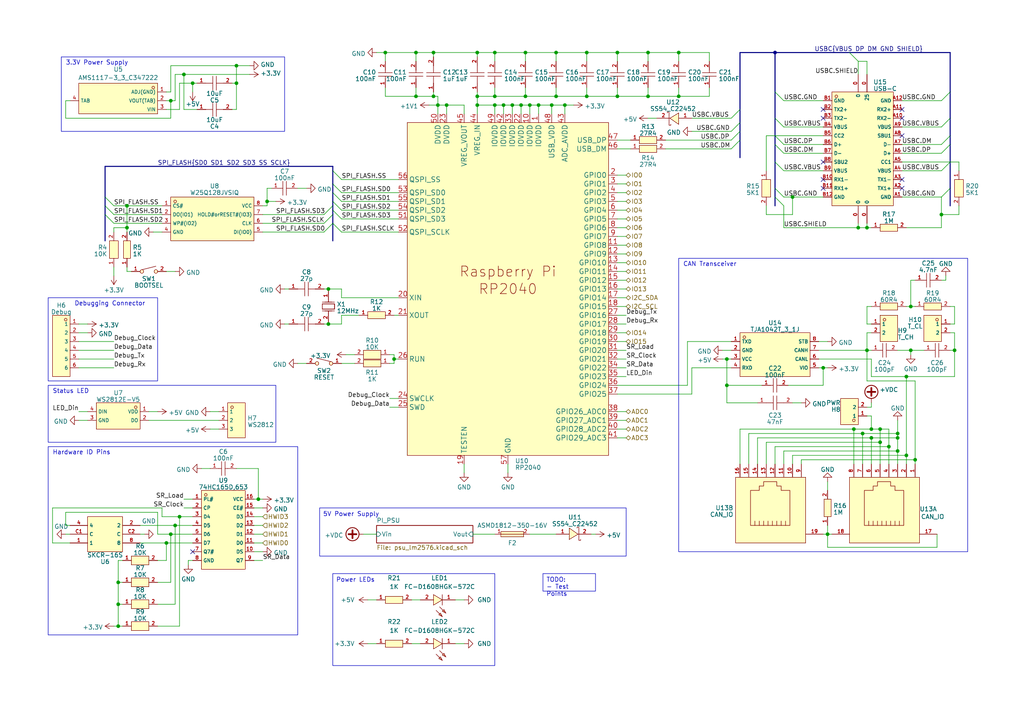
<source format=kicad_sch>
(kicad_sch (version 20230121) (generator eeschema)
  (paper "A4")
  (title_block (title "Pi RP2040 MCU") (date "2024-01-21") (rev "0") (company "DrinkRobotics") (comment 1 "https://git.xythobuz.de/thomas/Dispensy") (comment 2 "Licensed under the CERN-OHL-S-2.0+") (comment 3 "PCB Thickness: 1mm") (comment 4 "Copyright (c) 2023 - 2024 Thomas Buck <thomas@xythobuz.de>"))
  (junction (at 129.54 30.48))
  (junction (at 125.73 15.24))
  (junction (at 152.4 27.94))
  (junction (at 179.07 15.24))
  (junction (at 52.07 149.86))
  (junction (at 170.18 15.24))
  (junction (at 68.58 24.13))
  (junction (at 53.34 21.59))
  (junction (at 276.86 101.6))
  (junction (at 179.07 27.94))
  (junction (at 114.3 104.14))
  (junction (at 77.47 58.42))
  (junction (at 260.35 130.81))
  (junction (at 55.88 24.13))
  (junction (at 255.27 124.46))
  (junction (at 125.73 27.94))
  (junction (at 248.92 66.04))
  (junction (at 146.05 30.48))
  (junction (at 262.89 132.08))
  (junction (at 138.43 30.48))
  (junction (at 250.19 125.73))
  (junction (at 151.13 30.48))
  (junction (at 252.73 127))
  (junction (at 187.96 27.94))
  (junction (at 163.83 30.48))
  (junction (at 251.46 101.6))
  (junction (at 160.02 30.48))
  (junction (at 247.65 124.46))
  (junction (at 252.73 124.46))
  (junction (at 34.29 181.61))
  (junction (at 74.93 144.78))
  (junction (at 251.46 66.04))
  (junction (at 187.96 15.24))
  (junction (at 161.29 15.24))
  (junction (at 143.51 30.48))
  (junction (at 170.18 27.94))
  (junction (at 264.16 88.9))
  (junction (at 143.51 27.94))
  (junction (at 156.21 30.48))
  (junction (at 273.05 62.23))
  (junction (at 68.58 19.05))
  (junction (at 36.83 59.69))
  (junction (at 238.76 106.68))
  (junction (at 48.26 157.48))
  (junction (at 49.53 29.21))
  (junction (at 196.85 15.24))
  (junction (at 265.43 133.35))
  (junction (at 264.16 101.6))
  (junction (at 262.89 109.22))
  (junction (at 196.85 27.94))
  (junction (at 161.29 27.94))
  (junction (at 95.25 83.82))
  (junction (at 95.25 93.98))
  (junction (at 138.43 27.94))
  (junction (at 50.8 152.4))
  (junction (at 111.76 15.24))
  (junction (at 152.4 15.24))
  (junction (at 34.29 168.91))
  (junction (at 36.83 66.04))
  (junction (at 210.82 111.76))
  (junction (at 224.79 15.24))
  (junction (at 260.35 125.73))
  (junction (at 240.03 154.94))
  (junction (at 255.27 128.27))
  (junction (at 49.53 154.94))
  (junction (at 257.81 129.54))
  (junction (at 143.51 15.24))
  (junction (at 153.67 30.48))
  (junction (at 127 30.48))
  (junction (at 210.82 104.14))
  (junction (at 120.65 15.24))
  (junction (at 229.87 57.15))
  (junction (at 138.43 15.24))
  (junction (at 260.35 127))
  (junction (at 148.59 30.48))
  (junction (at 34.29 175.26))
  (junction (at 120.65 27.94))
  (no_connect (at 238.76 46.99))
  (no_connect (at 238.76 54.61))
  (no_connect (at 238.76 31.75))
  (no_connect (at 55.88 160.02))
  (no_connect (at 261.62 52.07))
  (no_connect (at 238.76 34.29))
  (no_connect (at 261.62 31.75))
  (no_connect (at 261.62 34.29))
  (no_connect (at 261.62 54.61))
  (no_connect (at 238.76 52.07))
  (no_connect (at 261.62 39.37))
  (bus_entry (at 275.59 54.61) (size -2.54 2.54))
  (bus_entry (at 30.48 62.23) (size 2.54 2.54))
  (bus_entry (at 275.59 26.67) (size -2.54 2.54))
  (bus_entry (at 214.63 40.64) (size -2.54 2.54))
  (bus_entry (at 224.79 41.91) (size 2.54 2.54))
  (bus_entry (at 214.63 35.56) (size -2.54 2.54))
  (bus_entry (at 96.52 55.88) (size 2.54 2.54))
  (bus_entry (at 30.48 59.69) (size 2.54 2.54))
  (bus_entry (at 224.79 54.61) (size 2.54 2.54))
  (bus_entry (at 96.52 64.77) (size 2.54 2.54))
  (bus_entry (at 224.79 26.67) (size 2.54 2.54))
  (bus_entry (at 96.52 58.42) (size 2.54 2.54))
  (bus_entry (at 96.52 64.77) (size -2.54 2.54))
  (bus_entry (at 275.59 46.99) (size -2.54 2.54))
  (bus_entry (at 224.79 34.29) (size 2.54 2.54))
  (bus_entry (at 275.59 39.37) (size -2.54 2.54))
  (bus_entry (at 96.52 59.69) (size -2.54 2.54))
  (bus_entry (at 224.79 39.37) (size 2.54 2.54))
  (bus_entry (at 275.59 34.29) (size -2.54 2.54))
  (bus_entry (at 96.52 60.96) (size 2.54 2.54))
  (bus_entry (at 30.48 57.15) (size 2.54 2.54))
  (bus_entry (at 96.52 49.53) (size 2.54 2.54))
  (bus_entry (at 275.59 41.91) (size -2.54 2.54))
  (bus_entry (at 214.63 31.75) (size -2.54 2.54))
  (bus_entry (at 96.52 53.34) (size 2.54 2.54))
  (bus_entry (at 224.79 57.15) (size 2.54 2.54))
  (bus_entry (at 96.52 62.23) (size -2.54 2.54))
  (bus_entry (at 246.38 15.24) (size 2.54 2.54))
  (bus_entry (at 214.63 38.1) (size -2.54 2.54))
  (bus_entry (at 224.79 46.99) (size 2.54 2.54))
  (bus (pts (xy 96.52 64.77) (xy 96.52 69.85)))
  (wire (pts (xy 22.86 99.06) (xy 33.02 99.06)))
  (wire (pts (xy 52.07 24.13) (xy 55.88 24.13)))
  (wire (pts (xy 229.87 134.62) (xy 229.87 132.08)))
  (wire (pts (xy 99.06 67.31) (xy 115.57 67.31)))
  (wire (pts (xy 52.07 31.75) (xy 52.07 24.13)))
  (wire (pts (xy 262.89 109.22) (xy 276.86 109.22)))
  (wire (pts (xy 114.3 91.44) (xy 115.57 91.44)))
  (wire (pts (xy 196.85 15.24) (xy 196.85 17.78)))
  (wire (pts (xy 227.33 130.81) (xy 260.35 130.81)))
  (wire (pts (xy 143.51 30.48) (xy 143.51 33.02)))
  (wire (pts (xy 25.4 121.92) (xy 22.86 121.92)))
  (wire (pts (xy 163.83 30.48) (xy 166.37 30.48)))
  (wire (pts (xy 22.86 104.14) (xy 33.02 104.14)))
  (wire (pts (xy 143.51 30.48) (xy 146.05 30.48)))
  (wire (pts (xy 278.13 62.23) (xy 273.05 62.23)))
  (wire (pts (xy 36.83 78.74) (xy 38.1 78.74)))
  (wire (pts (xy 45.72 148.59) (xy 45.72 154.94)))
  (wire (pts (xy 125.73 15.24) (xy 120.65 15.24)))
  (bus (pts (xy 214.63 15.24) (xy 214.63 31.75)))
  (wire (pts (xy 217.17 125.73) (xy 250.19 125.73)))
  (wire (pts (xy 252.73 109.22) (xy 262.89 109.22)))
  (wire (pts (xy 264.16 101.6) (xy 267.97 101.6)))
  (wire (pts (xy 137.16 154.94) (xy 143.51 154.94)))
  (wire (pts (xy 55.88 24.13) (xy 57.15 24.13)))
  (wire (pts (xy 146.05 33.02) (xy 146.05 30.48)))
  (wire (pts (xy 227.33 36.83) (xy 238.76 36.83)))
  (wire (pts (xy 205.74 15.24) (xy 205.74 17.78)))
  (bus (pts (xy 275.59 15.24) (xy 275.59 26.67)))
  (wire (pts (xy 48.26 78.74) (xy 50.8 78.74)))
  (wire (pts (xy 179.07 53.34) (xy 181.61 53.34)))
  (wire (pts (xy 278.13 59.69) (xy 278.13 62.23)))
  (wire (pts (xy 220.98 111.76) (xy 210.82 111.76)))
  (wire (pts (xy 19.05 152.4) (xy 19.05 148.59)))
  (wire (pts (xy 15.24 157.48) (xy 15.24 147.32)))
  (wire (pts (xy 95.25 83.82) (xy 99.06 83.82)))
  (wire (pts (xy 143.51 27.94) (xy 152.4 27.94)))
  (wire (pts (xy 179.07 93.98) (xy 181.61 93.98)))
  (wire (pts (xy 161.29 15.24) (xy 161.29 17.78)))
  (wire (pts (xy 40.64 152.4) (xy 50.8 152.4)))
  (wire (pts (xy 43.18 121.92) (xy 63.5 121.92)))
  (wire (pts (xy 200.66 114.3) (xy 200.66 106.68)))
  (wire (pts (xy 227.33 29.21) (xy 238.76 29.21)))
  (bus (pts (xy 224.79 15.24) (xy 214.63 15.24)))
  (wire (pts (xy 151.13 30.48) (xy 153.67 30.48)))
  (wire (pts (xy 99.06 63.5) (xy 115.57 63.5)))
  (wire (pts (xy 248.92 64.77) (xy 248.92 66.04)))
  (wire (pts (xy 22.86 96.52) (xy 25.4 96.52)))
  (wire (pts (xy 127 33.02) (xy 127 30.48)))
  (bus (pts (xy 96.52 59.69) (xy 96.52 60.96)))
  (wire (pts (xy 222.25 134.62) (xy 222.25 128.27)))
  (wire (pts (xy 227.33 59.69) (xy 227.33 66.04)))
  (bus (pts (xy 96.52 53.34) (xy 96.52 55.88)))
  (wire (pts (xy 196.85 27.94) (xy 205.74 27.94)))
  (wire (pts (xy 179.07 101.6) (xy 181.61 101.6)))
  (wire (pts (xy 179.07 27.94) (xy 187.96 27.94)))
  (wire (pts (xy 179.07 86.36) (xy 181.61 86.36)))
  (bus (pts (xy 96.52 48.26) (xy 30.48 48.26)))
  (wire (pts (xy 127 27.94) (xy 127 30.48)))
  (wire (pts (xy 106.68 186.69) (xy 109.22 186.69)))
  (wire (pts (xy 210.82 111.76) (xy 210.82 104.14)))
  (wire (pts (xy 265.43 133.35) (xy 265.43 134.62)))
  (wire (pts (xy 105.41 154.94) (xy 109.22 154.94)))
  (wire (pts (xy 57.15 31.75) (xy 53.34 31.75)))
  (bus (pts (xy 96.52 49.53) (xy 96.52 53.34)))
  (wire (pts (xy 78.74 54.61) (xy 77.47 54.61)))
  (wire (pts (xy 260.35 125.73) (xy 260.35 127)))
  (wire (pts (xy 222.25 49.53) (xy 222.25 39.37)))
  (wire (pts (xy 179.07 68.58) (xy 181.61 68.58)))
  (wire (pts (xy 179.07 124.46) (xy 181.61 124.46)))
  (bus (pts (xy 275.59 46.99) (xy 275.59 54.61)))
  (wire (pts (xy 179.07 15.24) (xy 179.07 17.78)))
  (wire (pts (xy 252.73 96.52) (xy 251.46 96.52)))
  (wire (pts (xy 187.96 27.94) (xy 196.85 27.94)))
  (wire (pts (xy 219.71 134.62) (xy 219.71 127)))
  (bus (pts (xy 224.79 15.24) (xy 246.38 15.24)))
  (wire (pts (xy 179.07 63.5) (xy 181.61 63.5)))
  (wire (pts (xy 152.4 25.4) (xy 152.4 27.94)))
  (wire (pts (xy 257.81 129.54) (xy 257.81 124.46)))
  (wire (pts (xy 134.62 30.48) (xy 129.54 30.48)))
  (wire (pts (xy 34.29 175.26) (xy 34.29 181.61)))
  (wire (pts (xy 222.25 128.27) (xy 255.27 128.27)))
  (wire (pts (xy 73.66 157.48) (xy 76.2 157.48)))
  (wire (pts (xy 199.39 99.06) (xy 212.09 99.06)))
  (wire (pts (xy 227.33 49.53) (xy 238.76 49.53)))
  (wire (pts (xy 73.66 147.32) (xy 76.2 147.32)))
  (wire (pts (xy 179.07 127) (xy 181.61 127)))
  (wire (pts (xy 50.8 152.4) (xy 55.88 152.4)))
  (wire (pts (xy 19.05 154.94) (xy 20.32 154.94)))
  (wire (pts (xy 261.62 29.21) (xy 273.05 29.21)))
  (wire (pts (xy 229.87 116.84) (xy 232.41 116.84)))
  (wire (pts (xy 34.29 162.56) (xy 34.29 168.91)))
  (wire (pts (xy 179.07 25.4) (xy 179.07 27.94)))
  (wire (pts (xy 111.76 27.94) (xy 120.65 27.94)))
  (wire (pts (xy 227.33 57.15) (xy 229.87 57.15)))
  (wire (pts (xy 20.32 29.21) (xy 19.05 29.21)))
  (bus (pts (xy 30.48 62.23) (xy 30.48 69.85)))
  (wire (pts (xy 148.59 30.48) (xy 151.13 30.48)))
  (bus (pts (xy 224.79 54.61) (xy 224.79 46.99)))
  (wire (pts (xy 224.79 39.37) (xy 238.76 39.37)))
  (wire (pts (xy 222.25 59.69) (xy 222.25 62.23)))
  (wire (pts (xy 99.06 60.96) (xy 115.57 60.96)))
  (wire (pts (xy 106.68 173.99) (xy 109.22 173.99)))
  (wire (pts (xy 48.26 157.48) (xy 55.88 157.48)))
  (wire (pts (xy 53.34 144.78) (xy 55.88 144.78)))
  (bus (pts (xy 275.59 54.61) (xy 275.59 59.69)))
  (wire (pts (xy 210.82 116.84) (xy 210.82 111.76)))
  (wire (pts (xy 152.4 27.94) (xy 161.29 27.94)))
  (wire (pts (xy 261.62 36.83) (xy 273.05 36.83)))
  (wire (pts (xy 271.78 154.94) (xy 271.78 158.75)))
  (wire (pts (xy 247.65 124.46) (xy 247.65 134.62)))
  (wire (pts (xy 33.02 64.77) (xy 46.99 64.77)))
  (wire (pts (xy 132.08 173.99) (xy 134.62 173.99)))
  (wire (pts (xy 36.83 59.69) (xy 46.99 59.69)))
  (wire (pts (xy 35.56 181.61) (xy 34.29 181.61)))
  (wire (pts (xy 33.02 62.23) (xy 46.99 62.23)))
  (wire (pts (xy 68.58 135.89) (xy 74.93 135.89)))
  (wire (pts (xy 260.35 121.92) (xy 260.35 125.73)))
  (wire (pts (xy 119.38 173.99) (xy 121.92 173.99)))
  (wire (pts (xy 238.76 154.94) (xy 240.03 154.94)))
  (wire (pts (xy 68.58 19.05) (xy 72.39 19.05)))
  (wire (pts (xy 240.03 154.94) (xy 241.3 154.94)))
  (wire (pts (xy 261.62 44.45) (xy 273.05 44.45)))
  (wire (pts (xy 77.47 58.42) (xy 77.47 59.69)))
  (wire (pts (xy 252.73 104.14) (xy 252.73 109.22)))
  (wire (pts (xy 273.05 66.04) (xy 273.05 62.23)))
  (wire (pts (xy 113.03 102.87) (xy 114.3 102.87)))
  (wire (pts (xy 187.96 15.24) (xy 187.96 17.78)))
  (wire (pts (xy 36.83 59.69) (xy 36.83 66.04)))
  (bus (pts (xy 275.59 26.67) (xy 275.59 34.29)))
  (wire (pts (xy 251.46 101.6) (xy 251.46 110.49)))
  (wire (pts (xy 153.67 30.48) (xy 153.67 33.02)))
  (wire (pts (xy 193.04 40.64) (xy 212.09 40.64)))
  (wire (pts (xy 209.55 104.14) (xy 210.82 104.14)))
  (wire (pts (xy 113.03 118.11) (xy 115.57 118.11)))
  (wire (pts (xy 271.78 158.75) (xy 240.03 158.75)))
  (bus (pts (xy 214.63 40.64) (xy 214.63 45.72)))
  (wire (pts (xy 196.85 25.4) (xy 196.85 27.94)))
  (wire (pts (xy 200.66 106.68) (xy 212.09 106.68)))
  (wire (pts (xy 170.18 25.4) (xy 170.18 27.94)))
  (bus (pts (xy 30.48 59.69) (xy 30.48 62.23)))
  (bus (pts (xy 275.59 34.29) (xy 275.59 39.37)))
  (bus (pts (xy 224.79 46.99) (xy 224.79 41.91)))
  (wire (pts (xy 276.86 96.52) (xy 276.86 101.6)))
  (wire (pts (xy 170.18 27.94) (xy 179.07 27.94)))
  (wire (pts (xy 275.59 101.6) (xy 276.86 101.6)))
  (wire (pts (xy 36.83 77.47) (xy 36.83 78.74)))
  (wire (pts (xy 48.26 31.75) (xy 52.07 31.75)))
  (wire (pts (xy 222.25 62.23) (xy 229.87 62.23)))
  (wire (pts (xy 33.02 77.47) (xy 33.02 80.01)))
  (wire (pts (xy 46.99 149.86) (xy 52.07 149.86)))
  (wire (pts (xy 34.29 168.91) (xy 35.56 168.91)))
  (wire (pts (xy 77.47 54.61) (xy 77.47 58.42)))
  (wire (pts (xy 148.59 30.48) (xy 148.59 33.02)))
  (wire (pts (xy 134.62 134.62) (xy 134.62 137.16)))
  (wire (pts (xy 45.72 181.61) (xy 52.07 181.61)))
  (wire (pts (xy 152.4 15.24) (xy 152.4 17.78)))
  (wire (pts (xy 113.03 105.41) (xy 114.3 105.41)))
  (wire (pts (xy 273.05 62.23) (xy 273.05 57.15)))
  (wire (pts (xy 48.26 162.56) (xy 48.26 157.48)))
  (wire (pts (xy 238.76 111.76) (xy 238.76 106.68)))
  (wire (pts (xy 45.72 119.38) (xy 43.18 119.38)))
  (wire (pts (xy 22.86 93.98) (xy 25.4 93.98)))
  (wire (pts (xy 114.3 104.14) (xy 115.57 104.14)))
  (wire (pts (xy 68.58 24.13) (xy 68.58 19.05)))
  (wire (pts (xy 251.46 66.04) (xy 252.73 66.04)))
  (wire (pts (xy 179.07 60.96) (xy 181.61 60.96)))
  (wire (pts (xy 161.29 27.94) (xy 170.18 27.94)))
  (wire (pts (xy 127 30.48) (xy 129.54 30.48)))
  (wire (pts (xy 22.86 101.6) (xy 33.02 101.6)))
  (wire (pts (xy 99.06 58.42) (xy 115.57 58.42)))
  (wire (pts (xy 252.73 127) (xy 260.35 127)))
  (wire (pts (xy 48.26 26.67) (xy 49.53 26.67)))
  (wire (pts (xy 170.18 15.24) (xy 170.18 17.78)))
  (wire (pts (xy 88.9 105.41) (xy 86.36 105.41)))
  (wire (pts (xy 170.18 15.24) (xy 179.07 15.24)))
  (wire (pts (xy 111.76 17.78) (xy 111.76 15.24)))
  (wire (pts (xy 251.46 21.59) (xy 251.46 17.78)))
  (wire (pts (xy 179.07 71.12) (xy 181.61 71.12)))
  (wire (pts (xy 237.49 99.06) (xy 240.03 99.06)))
  (wire (pts (xy 250.19 125.73) (xy 250.19 134.62)))
  (wire (pts (xy 77.47 58.42) (xy 80.01 58.42)))
  (wire (pts (xy 260.35 130.81) (xy 260.35 134.62)))
  (wire (pts (xy 275.59 96.52) (xy 276.86 96.52)))
  (wire (pts (xy 60.96 124.46) (xy 63.5 124.46)))
  (wire (pts (xy 257.81 129.54) (xy 257.81 134.62)))
  (wire (pts (xy 238.76 106.68) (xy 240.03 106.68)))
  (wire (pts (xy 224.79 134.62) (xy 224.79 129.54)))
  (wire (pts (xy 76.2 67.31) (xy 93.98 67.31)))
  (wire (pts (xy 179.07 73.66) (xy 181.61 73.66)))
  (wire (pts (xy 193.04 43.18) (xy 212.09 43.18)))
  (wire (pts (xy 49.53 29.21) (xy 50.8 29.21)))
  (wire (pts (xy 138.43 30.48) (xy 143.51 30.48)))
  (wire (pts (xy 119.38 186.69) (xy 121.92 186.69)))
  (wire (pts (xy 125.73 15.24) (xy 138.43 15.24)))
  (wire (pts (xy 187.96 25.4) (xy 187.96 27.94)))
  (wire (pts (xy 214.63 134.62) (xy 214.63 124.46)))
  (bus (pts (xy 96.52 48.26) (xy 96.52 49.53)))
  (wire (pts (xy 251.46 120.65) (xy 252.73 120.65)))
  (wire (pts (xy 156.21 30.48) (xy 160.02 30.48)))
  (wire (pts (xy 138.43 33.02) (xy 138.43 30.48)))
  (wire (pts (xy 260.35 101.6) (xy 264.16 101.6)))
  (wire (pts (xy 40.64 157.48) (xy 48.26 157.48)))
  (wire (pts (xy 179.07 43.18) (xy 182.88 43.18)))
  (wire (pts (xy 74.93 135.89) (xy 74.93 144.78)))
  (bus (pts (xy 224.79 41.91) (xy 224.79 39.37)))
  (wire (pts (xy 35.56 162.56) (xy 34.29 162.56)))
  (wire (pts (xy 251.46 101.6) (xy 252.73 101.6)))
  (wire (pts (xy 76.2 64.77) (xy 93.98 64.77)))
  (wire (pts (xy 260.35 127) (xy 260.35 130.81)))
  (wire (pts (xy 237.49 104.14) (xy 252.73 104.14)))
  (wire (pts (xy 187.96 34.29) (xy 190.5 34.29)))
  (wire (pts (xy 251.46 88.9) (xy 251.46 93.98)))
  (wire (pts (xy 161.29 25.4) (xy 161.29 27.94)))
  (wire (pts (xy 73.66 144.78) (xy 74.93 144.78)))
  (wire (pts (xy 179.07 15.24) (xy 187.96 15.24)))
  (wire (pts (xy 251.46 96.52) (xy 251.46 101.6)))
  (wire (pts (xy 45.72 154.94) (xy 49.53 154.94)))
  (wire (pts (xy 132.08 186.69) (xy 134.62 186.69)))
  (wire (pts (xy 49.53 34.29) (xy 49.53 29.21)))
  (bus (pts (xy 96.52 60.96) (xy 96.52 62.23)))
  (wire (pts (xy 219.71 116.84) (xy 210.82 116.84)))
  (wire (pts (xy 179.07 76.2) (xy 181.61 76.2)))
  (wire (pts (xy 99.06 91.44) (xy 104.14 91.44)))
  (wire (pts (xy 219.71 127) (xy 252.73 127)))
  (wire (pts (xy 19.05 34.29) (xy 49.53 34.29)))
  (bus (pts (xy 224.79 57.15) (xy 224.79 54.61)))
  (wire (pts (xy 196.85 15.24) (xy 205.74 15.24)))
  (wire (pts (xy 199.39 111.76) (xy 199.39 99.06)))
  (bus (pts (xy 214.63 31.75) (xy 214.63 35.56)))
  (wire (pts (xy 200.66 38.1) (xy 212.09 38.1)))
  (wire (pts (xy 255.27 128.27) (xy 255.27 134.62)))
  (wire (pts (xy 124.46 30.48) (xy 127 30.48)))
  (wire (pts (xy 52.07 181.61) (xy 52.07 149.86)))
  (wire (pts (xy 93.98 93.98) (xy 95.25 93.98)))
  (wire (pts (xy 138.43 26.67) (xy 138.43 27.94)))
  (wire (pts (xy 261.62 49.53) (xy 273.05 49.53)))
  (wire (pts (xy 163.83 33.02) (xy 163.83 30.48)))
  (wire (pts (xy 138.43 15.24) (xy 143.51 15.24)))
  (wire (pts (xy 52.07 149.86) (xy 55.88 149.86)))
  (wire (pts (xy 99.06 55.88) (xy 115.57 55.88)))
  (wire (pts (xy 179.07 40.64) (xy 182.88 40.64)))
  (wire (pts (xy 153.67 154.94) (xy 161.29 154.94)))
  (wire (pts (xy 151.13 30.48) (xy 151.13 33.02)))
  (wire (pts (xy 76.2 62.23) (xy 93.98 62.23)))
  (wire (pts (xy 276.86 93.98) (xy 275.59 93.98)))
  (wire (pts (xy 68.58 31.75) (xy 68.58 24.13)))
  (wire (pts (xy 99.06 93.98) (xy 99.06 91.44)))
  (wire (pts (xy 209.55 101.6) (xy 212.09 101.6)))
  (wire (pts (xy 247.65 124.46) (xy 252.73 124.46)))
  (wire (pts (xy 33.02 181.61) (xy 34.29 181.61)))
  (wire (pts (xy 210.82 104.14) (xy 212.09 104.14)))
  (wire (pts (xy 237.49 106.68) (xy 238.76 106.68)))
  (wire (pts (xy 252.73 118.11) (xy 252.73 116.84)))
  (wire (pts (xy 49.53 168.91) (xy 49.53 154.94)))
  (wire (pts (xy 99.06 83.82) (xy 99.06 86.36)))
  (wire (pts (xy 274.32 81.28) (xy 274.32 80.01)))
  (wire (pts (xy 264.16 81.28) (xy 264.16 88.9)))
  (wire (pts (xy 54.61 162.56) (xy 54.61 163.83)))
  (wire (pts (xy 265.43 110.49) (xy 265.43 133.35)))
  (wire (pts (xy 120.65 25.4) (xy 120.65 27.94)))
  (wire (pts (xy 93.98 83.82) (xy 95.25 83.82)))
  (wire (pts (xy 73.66 149.86) (xy 76.2 149.86)))
  (wire (pts (xy 179.07 121.92) (xy 181.61 121.92)))
  (wire (pts (xy 60.96 119.38) (xy 63.5 119.38)))
  (wire (pts (xy 227.33 44.45) (xy 238.76 44.45)))
  (wire (pts (xy 179.07 50.8) (xy 181.61 50.8)))
  (wire (pts (xy 248.92 66.04) (xy 251.46 66.04)))
  (wire (pts (xy 179.07 91.44) (xy 181.61 91.44)))
  (wire (pts (xy 55.88 26.67) (xy 55.88 24.13)))
  (wire (pts (xy 275.59 88.9) (xy 276.86 88.9)))
  (wire (pts (xy 22.86 119.38) (xy 25.4 119.38)))
  (wire (pts (xy 161.29 15.24) (xy 170.18 15.24)))
  (wire (pts (xy 40.64 154.94) (xy 41.91 154.94)))
  (wire (pts (xy 46.99 147.32) (xy 46.99 149.86)))
  (wire (pts (xy 179.07 83.82) (xy 181.61 83.82)))
  (wire (pts (xy 45.72 175.26) (xy 50.8 175.26)))
  (wire (pts (xy 138.43 27.94) (xy 143.51 27.94)))
  (wire (pts (xy 240.03 158.75) (xy 240.03 154.94)))
  (wire (pts (xy 251.46 110.49) (xy 265.43 110.49)))
  (wire (pts (xy 179.07 81.28) (xy 181.61 81.28)))
  (wire (pts (xy 95.25 93.98) (xy 99.06 93.98)))
  (wire (pts (xy 237.49 101.6) (xy 251.46 101.6)))
  (wire (pts (xy 147.32 134.62) (xy 147.32 137.16)))
  (wire (pts (xy 109.22 15.24) (xy 111.76 15.24)))
  (wire (pts (xy 222.25 39.37) (xy 224.79 39.37)))
  (bus (pts (xy 246.38 15.24) (xy 275.59 15.24)))
  (wire (pts (xy 73.66 162.56) (xy 76.2 162.56)))
  (wire (pts (xy 251.46 93.98) (xy 252.73 93.98)))
  (wire (pts (xy 278.13 49.53) (xy 278.13 46.99)))
  (wire (pts (xy 44.45 67.31) (xy 46.99 67.31)))
  (wire (pts (xy 153.67 30.48) (xy 156.21 30.48)))
  (wire (pts (xy 53.34 147.32) (xy 55.88 147.32)))
  (wire (pts (xy 152.4 15.24) (xy 161.29 15.24)))
  (wire (pts (xy 179.07 96.52) (xy 181.61 96.52)))
  (wire (pts (xy 19.05 148.59) (xy 45.72 148.59)))
  (bus (pts (xy 214.63 35.56) (xy 214.63 38.1)))
  (bus (pts (xy 96.52 58.42) (xy 96.52 59.69)))
  (wire (pts (xy 232.41 133.35) (xy 265.43 133.35)))
  (wire (pts (xy 111.76 15.24) (xy 120.65 15.24)))
  (wire (pts (xy 55.88 162.56) (xy 54.61 162.56)))
  (wire (pts (xy 187.96 15.24) (xy 196.85 15.24)))
  (wire (pts (xy 229.87 62.23) (xy 229.87 57.15)))
  (wire (pts (xy 82.55 83.82) (xy 83.82 83.82)))
  (wire (pts (xy 125.73 16.51) (xy 125.73 15.24)))
  (wire (pts (xy 160.02 30.48) (xy 160.02 33.02)))
  (wire (pts (xy 50.8 21.59) (xy 50.8 29.21)))
  (wire (pts (xy 19.05 29.21) (xy 19.05 34.29)))
  (bus (pts (xy 30.48 48.26) (xy 30.48 57.15)))
  (wire (pts (xy 248.92 17.78) (xy 251.46 17.78)))
  (wire (pts (xy 143.51 15.24) (xy 143.51 17.78)))
  (wire (pts (xy 276.86 88.9) (xy 276.86 93.98)))
  (wire (pts (xy 252.73 127) (xy 252.73 134.62)))
  (wire (pts (xy 49.53 154.94) (xy 55.88 154.94)))
  (bus (pts (xy 224.79 59.69) (xy 224.79 57.15)))
  (wire (pts (xy 227.33 41.91) (xy 238.76 41.91)))
  (wire (pts (xy 179.07 66.04) (xy 181.61 66.04)))
  (wire (pts (xy 232.41 134.62) (xy 232.41 133.35)))
  (bus (pts (xy 275.59 41.91) (xy 275.59 46.99)))
  (wire (pts (xy 49.53 19.05) (xy 68.58 19.05)))
  (wire (pts (xy 114.3 105.41) (xy 114.3 104.14)))
  (wire (pts (xy 240.03 152.4) (xy 240.03 154.94)))
  (wire (pts (xy 15.24 147.32) (xy 46.99 147.32)))
  (wire (pts (xy 228.6 111.76) (xy 238.76 111.76)))
  (wire (pts (xy 67.31 24.13) (xy 68.58 24.13)))
  (wire (pts (xy 160.02 30.48) (xy 163.83 30.48)))
  (wire (pts (xy 125.73 27.94) (xy 125.73 26.67)))
  (wire (pts (xy 73.66 160.02) (xy 76.2 160.02)))
  (wire (pts (xy 113.03 115.57) (xy 115.57 115.57)))
  (wire (pts (xy 36.83 66.04) (xy 36.83 67.31)))
  (wire (pts (xy 262.89 109.22) (xy 262.89 132.08)))
  (wire (pts (xy 261.62 57.15) (xy 273.05 57.15)))
  (wire (pts (xy 33.02 67.31) (xy 33.02 66.04)))
  (wire (pts (xy 114.3 102.87) (xy 114.3 104.14)))
  (bus (pts (xy 275.59 39.37) (xy 275.59 41.91)))
  (wire (pts (xy 255.27 124.46) (xy 255.27 128.27)))
  (wire (pts (xy 265.43 81.28) (xy 264.16 81.28)))
  (bus (pts (xy 30.48 57.15) (xy 30.48 59.69)))
  (wire (pts (xy 261.62 41.91) (xy 273.05 41.91)))
  (wire (pts (xy 86.36 54.61) (xy 88.9 54.61)))
  (wire (pts (xy 67.31 31.75) (xy 68.58 31.75)))
  (wire (pts (xy 179.07 111.76) (xy 199.39 111.76)))
  (wire (pts (xy 261.62 46.99) (xy 275.59 46.99)))
  (bus (pts (xy 224.79 15.24) (xy 224.79 26.67)))
  (bus (pts (xy 96.52 55.88) (xy 96.52 58.42)))
  (wire (pts (xy 129.54 30.48) (xy 129.54 33.02)))
  (wire (pts (xy 252.73 124.46) (xy 255.27 124.46)))
  (wire (pts (xy 251.46 64.77) (xy 251.46 66.04)))
  (wire (pts (xy 156.21 30.48) (xy 156.21 33.02)))
  (wire (pts (xy 34.29 175.26) (xy 34.29 168.91)))
  (wire (pts (xy 262.89 88.9) (xy 264.16 88.9)))
  (wire (pts (xy 73.66 154.94) (xy 76.2 154.94)))
  (wire (pts (xy 134.62 33.02) (xy 134.62 30.48)))
  (wire (pts (xy 143.51 15.24) (xy 152.4 15.24)))
  (wire (pts (xy 74.93 144.78) (xy 76.2 144.78)))
  (wire (pts (xy 179.07 58.42) (xy 181.61 58.42)))
  (wire (pts (xy 76.2 59.69) (xy 77.47 59.69)))
  (wire (pts (xy 251.46 118.11) (xy 252.73 118.11)))
  (wire (pts (xy 240.03 139.7) (xy 240.03 142.24)))
  (wire (pts (xy 99.06 86.36) (xy 115.57 86.36)))
  (wire (pts (xy 227.33 134.62) (xy 227.33 130.81)))
  (wire (pts (xy 45.72 168.91) (xy 49.53 168.91)))
  (wire (pts (xy 179.07 106.68) (xy 181.61 106.68)))
  (wire (pts (xy 138.43 16.51) (xy 138.43 15.24)))
  (wire (pts (xy 120.65 27.94) (xy 125.73 27.94)))
  (wire (pts (xy 58.42 135.89) (xy 60.96 135.89)))
  (wire (pts (xy 179.07 114.3) (xy 200.66 114.3)))
  (wire (pts (xy 200.66 34.29) (xy 212.09 34.29)))
  (wire (pts (xy 255.27 124.46) (xy 257.81 124.46)))
  (wire (pts (xy 179.07 104.14) (xy 181.61 104.14)))
  (wire (pts (xy 120.65 15.24) (xy 120.65 17.78)))
  (wire (pts (xy 248.92 17.78) (xy 248.92 21.59)))
  (bus (pts (xy 224.79 39.37) (xy 224.79 34.29)))
  (wire (pts (xy 20.32 152.4) (xy 19.05 152.4)))
  (wire (pts (xy 50.8 175.26) (xy 50.8 152.4)))
  (wire (pts (xy 146.05 30.48) (xy 148.59 30.48)))
  (wire (pts (xy 49.53 29.21) (xy 48.26 29.21)))
  (bus (pts (xy 224.79 34.29) (xy 224.79 26.67)))
  (wire (pts (xy 229.87 132.08) (xy 262.89 132.08)))
  (wire (pts (xy 214.63 124.46) (xy 247.65 124.46)))
  (wire (pts (xy 73.66 152.4) (xy 76.2 152.4)))
  (wire (pts (xy 262.89 132.08) (xy 262.89 134.62)))
  (wire (pts (xy 179.07 55.88) (xy 181.61 55.88)))
  (wire (pts (xy 102.87 105.41) (xy 99.06 105.41)))
  (wire (pts (xy 125.73 27.94) (xy 127 27.94)))
  (wire (pts (xy 264.16 88.9) (xy 265.43 88.9)))
  (wire (pts (xy 171.45 154.94) (xy 172.72 154.94)))
  (wire (pts (xy 179.07 109.22) (xy 181.61 109.22)))
  (wire (pts (xy 20.32 157.48) (xy 15.24 157.48)))
  (wire (pts (xy 99.06 52.07) (xy 115.57 52.07)))
  (wire (pts (xy 250.19 125.73) (xy 260.35 125.73)))
  (wire (pts (xy 33.02 59.69) (xy 36.83 59.69)))
  (wire (pts (xy 229.87 57.15) (xy 238.76 57.15)))
  (wire (pts (xy 53.34 21.59) (xy 72.39 21.59)))
  (wire (pts (xy 35.56 175.26) (xy 34.29 175.26)))
  (bus (pts (xy 96.52 62.23) (xy 96.52 64.77)))
  (wire (pts (xy 224.79 129.54) (xy 257.81 129.54)))
  (wire (pts (xy 252.73 120.65) (xy 252.73 124.46)))
  (wire (pts (xy 273.05 81.28) (xy 274.32 81.28)))
  (bus (pts (xy 214.63 38.1) (xy 214.63 40.64)))
  (wire (pts (xy 275.59 46.99) (xy 278.13 46.99)))
  (wire (pts (xy 276.86 109.22) (xy 276.86 101.6)))
  (wire (pts (xy 100.33 102.87) (xy 102.87 102.87)))
  (wire (pts (xy 82.55 93.98) (xy 83.82 93.98)))
  (wire (pts (xy 22.86 106.68) (xy 33.02 106.68)))
  (wire (pts (xy 179.07 99.06) (xy 181.61 99.06)))
  (wire (pts (xy 205.74 27.94) (xy 205.74 25.4)))
  (wire (pts (xy 53.34 21.59) (xy 53.34 31.75)))
  (wire (pts (xy 262.89 66.04) (xy 273.05 66.04)))
  (wire (pts (xy 49.53 26.67) (xy 49.53 19.05)))
  (wire (pts (xy 50.8 21.59) (xy 53.34 21.59)))
  (wire (pts (xy 227.33 66.04) (xy 248.92 66.04)))
  (wire (pts (xy 111.76 25.4) (xy 111.76 27.94)))
  (wire (pts (xy 264.16 101.6) (xy 264.16 102.87)))
  (wire (pts (xy 179.07 78.74) (xy 181.61 78.74)))
  (wire (pts (xy 138.43 27.94) (xy 138.43 30.48)))
  (wire (pts (xy 143.51 25.4) (xy 143.51 27.94)))
  (wire (pts (xy 179.07 119.38) (xy 181.61 119.38)))
  (wire (pts (xy 179.07 88.9) (xy 181.61 88.9)))
  (wire (pts (xy 33.02 66.04) (xy 36.83 66.04)))
  (wire (pts (xy 252.73 88.9) (xy 251.46 88.9)))
  (wire (pts (xy 45.72 162.56) (xy 48.26 162.56)))
  (wire (pts (xy 217.17 134.62) (xy 217.17 125.73)))
  (rectangle (start 13.97 111.76) (end 80.01 128.27))
  (rectangle (start 13.97 129.54) (end 86.36 184.15))
  (rectangle (start 13.97 86.36) (end 45.72 110.49))
  (rectangle (start 196.85 74.93) (end 280.67 160.02))
  (rectangle (start 17.78 16.51) (end 82.55 38.1))
  (text_box "TODO:\n- Test Points" (at 157.48 166.37 0) (size 15.24 5.08) (effects (font (size 1.27 1.27)) (justify left top)))
  (text_box "5V Power Supply" (at 92.71 147.32 0) (size 88.9 13.97) (effects (font (size 1.27 1.27)) (justify left top)))
  (text_box "Power LEDs" (at 96.52 166.37 0) (size 46.99 26.67) (effects (font (size 1.27 1.27)) (justify left top)))
  (text "Hardware ID Pins" (at 15.24 132.08 0) (effects (font (size 1.27 1.27)) (justify left bottom)))
  (text "Debugging Connector" (at 21.59 88.9 0) (effects (font (size 1.27 1.27)) (justify left bottom)))
  (text "CAN Transceiver" (at 198.12 77.47 0) (effects (font (size 1.27 1.27)) (justify left bottom)))
  (text "Status LED" (at 15.24 114.3 0) (effects (font (size 1.27 1.27)) (justify left bottom)))
  (text "3.3V Power Supply" (at 19.05 19.05 0) (effects (font (size 1.27 1.27)) (justify left bottom)))
  (label "SPI_FLASH.SD3" (at 99.06 63.5 0))
  (label "SR_Clock" (at 53.34 147.32 180))
  (label "USBC.VBUS" (at 261.62 49.53 0))
  (label "SPI_FLASH.SD2" (at 33.02 64.77 0))
  (label "Debug_Tx" (at 181.61 91.44 0))
  (label "USBC.GND" (at 261.62 57.15 0))
  (label "SPI_FLASH.SS" (at 99.06 52.07 0))
  (label "USBC{VBUS DP DM GND SHIELD}" (at 236.22 15.24 0))
  (label "Debug_Tx" (at 33.02 104.14 0))
  (label "SPI_FLASH.SCLK" (at 99.06 67.31 0))
  (label "SPI_FLASH.SD0" (at 99.06 55.88 0))
  (label "USBC.DP" (at 227.33 41.91 0))
  (label "USBC.GND" (at 227.33 29.21 0))
  (label "Debug_Clock" (at 33.02 99.06 0))
  (label "SPI_FLASH{SD0 SD1 SD2 SD3 SS SCLK}" (at 45.72 48.26 0))
  (label "Debug_Data" (at 33.02 101.6 0))
  (label "SPI_FLASH.SD1" (at 33.02 62.23 0))
  (label "SPI_FLASH.SCLK" (at 78.74 64.77 0))
  (label "USBC.SHIELD" (at 227.33 66.04 0))
  (label "SPI_FLASH.SS" (at 33.02 59.69 0))
  (label "LED_Din" (at 22.86 119.38 180))
  (label "USBC.GND" (at 261.62 29.21 0))
  (label "SPI_FLASH.SD3" (at 80.01 62.23 0))
  (label "USBC.DP" (at 203.2 40.64 0))
  (label "USBC.DM" (at 203.2 43.18 0))
  (label "USBC.VBUS" (at 200.66 34.29 0))
  (label "USBC.VBUS" (at 227.33 36.83 0))
  (label "Debug_Rx" (at 33.02 106.68 0))
  (label "USBC.GND" (at 227.33 57.15 0))
  (label "SR_Load" (at 53.34 144.78 180))
  (label "USBC.GND" (at 201.93 38.1 0))
  (label "Debug_Data" (at 113.03 118.11 180))
  (label "USBC.VBUS" (at 261.62 36.83 0))
  (label "SR_Data" (at 76.2 162.56 0))
  (label "SR_Load" (at 181.61 101.6 0))
  (label "LED_Din" (at 181.61 109.22 0))
  (label "SPI_FLASH.SD2" (at 99.06 60.96 0))
  (label "USBC.DM" (at 261.62 41.91 0))
  (label "USBC.VBUS" (at 227.33 49.53 0))
  (label "Debug_Clock" (at 113.03 115.57 180))
  (label "USBC.DP" (at 261.62 44.45 0))
  (label "SPI_FLASH.SD0" (at 80.01 67.31 0))
  (label "USBC.DM" (at 227.33 44.45 0))
  (label "SR_Data" (at 181.61 106.68 0))
  (label "USBC.SHIELD" (at 248.92 21.59 180))
  (label "SR_Clock" (at 181.61 104.14 0))
  (label "SPI_FLASH.SD1" (at 99.06 58.42 0))
  (label "Debug_Rx" (at 181.61 93.98 0))
  (hierarchical_label "IO8" (shape bidirectional) (at 181.61 71.12 0))
  (hierarchical_label "ADC1" (shape bidirectional) (at 181.61 121.92 0))
  (hierarchical_label "IO4" (shape bidirectional) (at 181.61 60.96 0))
  (hierarchical_label "IO5" (shape bidirectional) (at 181.61 63.5 0))
  (hierarchical_label "ADC2" (shape bidirectional) (at 181.61 124.46 0))
  (hierarchical_label "IO3" (shape bidirectional) (at 181.61 58.42 0))
  (hierarchical_label "IO2" (shape bidirectional) (at 181.61 55.88 0))
  (hierarchical_label "IO0" (shape bidirectional) (at 181.61 50.8 0))
  (hierarchical_label "IO15" (shape bidirectional) (at 181.61 99.06 0))
  (hierarchical_label "ADC3" (shape bidirectional) (at 181.61 127 0))
  (hierarchical_label "HWID0" (shape input) (at 76.2 157.48 0))
  (hierarchical_label "ADC0" (shape bidirectional) (at 181.61 119.38 0))
  (hierarchical_label "IO12" (shape bidirectional) (at 181.61 81.28 0))
  (hierarchical_label "IO6" (shape bidirectional) (at 181.61 66.04 0))
  (hierarchical_label "IO7" (shape bidirectional) (at 181.61 68.58 0))
  (hierarchical_label "I2C_SDA" (shape bidirectional) (at 181.61 86.36 0))
  (hierarchical_label "IO13" (shape bidirectional) (at 181.61 83.82 0))
  (hierarchical_label "IO10" (shape bidirectional) (at 181.61 76.2 0))
  (hierarchical_label "IO14" (shape bidirectional) (at 181.61 96.52 0))
  (hierarchical_label "IO1" (shape bidirectional) (at 181.61 53.34 0))
  (hierarchical_label "IO11" (shape bidirectional) (at 181.61 78.74 0))
  (hierarchical_label "HWID2" (shape input) (at 76.2 152.4 0))
  (hierarchical_label "I2C_SCL" (shape bidirectional) (at 181.61 88.9 0))
  (hierarchical_label "IO9" (shape bidirectional) (at 181.61 73.66 0))
  (hierarchical_label "HWID3" (shape input) (at 76.2 149.86 0))
  (hierarchical_label "HWID1" (shape input) (at 76.2 154.94 0))
  (symbol (lib_id "power:GND") (at 134.62 186.69 90) (unit 1)
    (property "Reference" "#PWR077" (effects hide))
    (property "Value" "GND" (at 138.43 186.69 90) (effects (justify right)))
  )
  (symbol (lib_id "power:+5V") (at 106.68 173.99 90) (unit 1)
    (property "Reference" "#PWR074" (effects hide))
    (property "Value" "+5V" (at 102.87 173.99 90) (effects (justify left)))
  )
  (symbol (lib_id "power:GND") (at 264.16 102.87 0) (unit 1)
    (property "Reference" "#PWR067" (effects hide))
    (property "Value" "GND" (at 264.16 107.0055 0))
  )
  (symbol (lib_id "power:GND") (at 54.61 163.83 0) (unit 1)
    (property "Reference" "#PWR035" (effects hide))
    (property "Value" "GND" (at 54.61 167.9655 0))
  )
  (symbol (lib_id "jlc:C0402C0G270G500NTB") (at 88.9 83.82 0) (unit 1)
    (property "Reference" "C8" (at 88.9 78.9051 0))
    (property "Value" "27p" (at 88.9 80.8261 0))
    (property "Footprint" "jlc_footprints:C0402" (effects hide))
    (property "Datasheet" "https://item.szlcsc.com/15869.html" (effects hide))
    (property "LCSC" "C140675" (effects hide))
    (property "Capacitance" "27pF" (effects hide))
  )
  (symbol (lib_id "power:GND") (at 72.39 19.05 90) (mirror x) (unit 1)
    (property "Reference" "#PWR037" (effects hide))
    (property "Value" "GND" (at 75.565 18.7332 90) (effects (justify right)))
  )
  (symbol (lib_id "power:+3.3V") (at 100.33 102.87 90) (unit 1)
    (property "Reference" "#PWR049" (effects hide))
    (property "Value" "+3.3V" (at 95.885 103.1868 90) (effects (justify left)))
  )
  (symbol (lib_id "jlc:GCM155R71H473KE02J") (at 224.79 116.84 0) (unit 1)
    (property "Reference" "C23" (at 224.79 120.4675 0))
    (property "Value" "47nF" (at 224.79 122.3885 0))
    (property "Footprint" "jlc_footprints:C0402" (effects hide))
    (property "Datasheet" "https://item.szlcsc.com/15869.html" (effects hide))
    (property "LCSC" "C697422" (effects hide))
    (property "Capacitance" "47nF" (effects hide))
  )
  (symbol (lib_id "power:+5V") (at 209.55 104.14 90) (unit 1)
    (property "Reference" "#PWR060" (effects hide))
    (property "Value" "+5V" (at 206.3751 104.4568 90) (effects (justify left)))
  )
  (symbol (lib_id "jlc:WR04X27R4FTL") (at 187.96 40.64 0) (unit 1)
    (property "Reference" "R13" (at 187.96 36.7411 0))
    (property "Value" "27R4" (at 187.96 38.6621 0))
    (property "Footprint" "jlc_footprints:R0402" (effects hide))
    (property "Datasheet" "https://item.szlcsc.com/323315.html" (effects hide))
    (property "LCSC" "C172043" (effects hide))
    (property "Resistance" "27.4Ω" (effects hide))
  )
  (symbol (lib_id "jlc:CC0402KRX7R8BB104") (at 143.51 21.59 90) (unit 1)
    (property "Reference" "C14" (at 146.177 20.9463 90) (effects (justify right)))
    (property "Value" "100nF" (at 146.177 22.8673 90) (effects (justify right)))
    (property "Footprint" "jlc_footprints:C0402" (effects hide))
    (property "Datasheet" "https://item.szlcsc.com/15869.html" (effects hide))
    (property "LCSC" "C105883" (effects hide))
    (property "Capacitance" "100nF" (effects hide))
  )
  (symbol (lib_id "jlc:CR-02FL6---10K") (at 40.64 162.56 0) (unit 1)
    (property "Reference" "R6" (at 40.64 158.4071 0))
    (property "Value" "10K" (at 40.64 160.3281 0))
    (property "Footprint" "jlc_footprints:R0402" (effects hide))
    (property "Datasheet" "https://item.szlcsc.com/323315.html" (effects hide))
    (property "LCSC" "C406733" (effects hide))
    (property "Resistance" "10kΩ" (effects hide))
  )
  (symbol (lib_id "power:GND") (at 76.2 160.02 90) (unit 1)
    (property "Reference" "#PWR043" (effects hide))
    (property "Value" "GND" (at 79.375 160.3368 90) (effects (justify right)))
  )
  (symbol (lib_id "jlc:CR-02FL6---10K") (at 40.64 175.26 0) (unit 1)
    (property "Reference" "R8" (at 40.64 171.1071 0))
    (property "Value" "10K" (at 40.64 173.0281 0))
    (property "Footprint" "jlc_footprints:R0402" (effects hide))
    (property "Datasheet" "https://item.szlcsc.com/323315.html" (effects hide))
    (property "LCSC" "C406733" (effects hide))
    (property "Resistance" "10kΩ" (effects hide))
  )
  (symbol (lib_id "jlc:CC0402KRX7R8BB104") (at 196.85 21.59 90) (unit 1)
    (property "Reference" "C20" (at 199.517 20.9463 90) (effects (justify right)))
    (property "Value" "100nF" (at 199.517 22.8673 90) (effects (justify right)))
    (property "Footprint" "jlc_footprints:C0402" (effects hide))
    (property "Datasheet" "https://item.szlcsc.com/15869.html" (effects hide))
    (property "LCSC" "C105883" (effects hide))
    (property "Capacitance" "100nF" (effects hide))
  )
  (symbol (lib_id "jlc:SS54_C22452") (at 195.58 34.29 0) (unit 1)
    (property "Reference" "U12" (at 195.199 29.6291 0))
    (property "Value" "SS54_C22452" (at 195.199 31.5501 0))
    (property "Footprint" "jlc_footprints:SMA_L4.4-W2.8-LS5.4-R-RD" (effects hide))
    (property "Datasheet" "https://item.szlcsc.com/310096.html" (effects hide))
    (property "LCSC" "C22452" (effects hide))
  )
  (symbol (lib_id "jlc:W25Q128JVSIQ") (at 60.96 63.5 0) (unit 1)
    (property "Reference" "U8" (at 62.23 53.959 0))
    (property "Value" "W25Q128JVSIQ" (at 62.23 55.88 0))
    (property "Footprint" "jlc_footprints:SOIC-8_L5.3-W5.3-P1.27-LS8.0-BL" (effects hide))
    (property "Datasheet" "https://item.szlcsc.com/63461.html" (effects hide))
    (property "LCSC" "C113767" (effects hide))
  )
  (symbol (lib_id "jlc:CR-02FL6----1K") (at 114.3 186.69 0) (unit 1)
    (property "Reference" "R22" (at 114.3 180.34 0))
    (property "Value" "1K" (at 114.3 182.88 0))
    (property "Footprint" "jlc_footprints:R0402" (effects hide))
    (property "Datasheet" "https://item.szlcsc.com/323315.html" (effects hide))
    (property "LCSC" "C279981" (effects hide))
    (property "Resistance" "1kΩ" (effects hide))
  )
  (symbol (lib_id "jlc:AC1206FR-0760R4L") (at 270.51 88.9 0) (unit 1)
    (property "Reference" "R19" (at 270.51 85.0011 0))
    (property "Value" "60R4" (at 270.51 86.9221 0))
    (property "Footprint" "jlc_footprints:R1206" (effects hide))
    (property "Datasheet" "https://item.szlcsc.com/311874.html" (effects hide))
    (property "LCSC" "C144481" (effects hide))
    (property "Resistance" "60.4Ω" (effects hide))
  )
  (symbol (lib_id "power:GND") (at 82.55 83.82 270) (unit 1)
    (property "Reference" "#PWR045" (effects hide))
    (property "Value" "GND" (at 79.3751 84.1368 90) (effects (justify right)))
  )
  (symbol (lib_id "power:+3.3V") (at 106.68 186.69 90) (mirror x) (unit 1)
    (property "Reference" "#PWR075" (effects hide))
    (property "Value" "+3.3V" (at 102.87 186.69 90) (effects (justify left)))
  )
  (symbol (lib_id "jlc:22025403P00CKMT") (at 67.31 121.92 0) (unit 1)
    (property "Reference" "H7" (at 71.755 121.2763 0) (effects (justify left)))
    (property "Value" "WS2812" (at 71.755 123.1973 0) (effects (justify left)))
    (property "Footprint" "jlc_footprints:HDR-TH_3P-P2.54-V-F" (effects hide))
    (property "Datasheet" "https://item.szlcsc.com/562471.html" (effects hide))
    (property "LCSC" "C146690" (effects hide))
  )
  (symbol (lib_id "power:GND") (at 88.9 54.61 90) (unit 1)
    (property "Reference" "#PWR048" (effects hide))
    (property "Value" "GND" (at 92.075 54.9268 90) (effects (justify right)))
  )
  (symbol (lib_id "jlc:Header-Female-2_54_1x6") (at 17.78 100.33 0) (mirror y) (unit 1)
    (property "Reference" "H6" (at 17.78 88.5571 0))
    (property "Value" "Debug" (at 17.78 90.4781 0))
    (property "Footprint" "jlc_footprints:HDR-TH_6P-P2.54-V-F" (effects hide))
    (property "Datasheet" "https://so.szlcsc.com/global.html?c=&k=C40877" (effects hide))
    (property "LCSC" "C40877" (effects hide))
  )
  (symbol (lib_id "jlc:CC0402KRX7R8BB104") (at 205.74 21.59 90) (unit 1)
    (property "Reference" "C21" (at 208.407 20.9463 90) (effects (justify right)))
    (property "Value" "100nF" (at 208.407 22.8673 90) (effects (justify right)))
    (property "Footprint" "jlc_footprints:C0402" (effects hide))
    (property "Datasheet" "https://item.szlcsc.com/15869.html" (effects hide))
    (property "LCSC" "C105883" (effects hide))
    (property "Capacitance" "100nF" (effects hide))
  )
  (symbol (lib_id "power:GND") (at 134.62 137.16 0) (unit 1)
    (property "Reference" "#PWR053" (effects hide))
    (property "Value" "GND" (at 134.62 141.2955 0))
  )
  (symbol (lib_id "power:+3.3V") (at 80.01 58.42 270) (unit 1)
    (property "Reference" "#PWR044" (effects hide))
    (property "Value" "+3.3V" (at 83.185 58.7368 90) (effects (justify left)))
  )
  (symbol (lib_id "power:GND") (at 76.2 147.32 90) (unit 1)
    (property "Reference" "#PWR042" (effects hide))
    (property "Value" "GND" (at 79.375 147.6368 90) (effects (justify right)))
  )
  (symbol (lib_id "jlc:0402X105K160") (at 138.43 21.59 90) (unit 1)
    (property "Reference" "C13" (at 135.7631 20.9463 90) (effects (justify left)))
    (property "Value" "1uF" (at 135.7631 22.8673 90) (effects (justify left)))
    (property "Footprint" "jlc_footprints:C0402" (effects hide))
    (property "Datasheet" "https://item.szlcsc.com/15869.html" (effects hide))
    (property "LCSC" "C83063" (effects hide))
    (property "Capacitance" "1uF" (effects hide))
  )
  (symbol (lib_id "jlc:CR-02FL6----1K") (at 114.3 173.99 0) (unit 1)
    (property "Reference" "R21" (at 114.3 167.64 0))
    (property "Value" "1K" (at 114.3 170.18 0))
    (property "Footprint" "jlc_footprints:R0402" (effects hide))
    (property "Datasheet" "https://item.szlcsc.com/323315.html" (effects hide))
    (property "LCSC" "C279981" (effects hide))
    (property "Resistance" "1kΩ" (effects hide))
  )
  (symbol (lib_id "jlc:CC0402JRNPO9BN101") (at 271.78 101.6 0) (unit 1)
    (property "Reference" "C26" (at 271.78 105.2275 0))
    (property "Value" "100pF" (at 271.78 107.1485 0))
    (property "Footprint" "jlc_footprints:C0402" (effects hide))
    (property "Datasheet" "https://item.szlcsc.com/15869.html" (effects hide))
    (property "LCSC" "C106200" (effects hide))
    (property "Capacitance" "100pF" (effects hide))
  )
  (symbol (lib_id "jlc:TCC0603X5R106M100CT") (at 62.23 31.75 270) (mirror x) (unit 1)
    (property "Reference" "C4" (at 62.23 36.6649 90))
    (property "Value" "10uF" (at 62.23 34.7439 90))
    (property "Footprint" "jlc_footprints:C0603" (effects hide))
    (property "Datasheet" "https://item.szlcsc.com/362304.html" (effects hide))
    (property "LCSC" "C380316" (effects hide))
    (property "Capacitance" "10uF" (effects hide))
  )
  (symbol (lib_id "power:+5V") (at 55.88 26.67 0) (mirror x) (unit 1)
    (property "Reference" "#PWR030" (effects hide))
    (property "Value" "+5V" (at 55.88 30.1719 0))
  )
  (symbol (lib_id "jlc:CR-02FL6---10K") (at 33.02 72.39 90) (unit 1)
    (property "Reference" "R4" (at 31.115 71.7463 90) (effects (justify left)))
    (property "Value" "10K" (at 31.115 73.6673 90) (effects (justify left)))
    (property "Footprint" "jlc_footprints:R0402" (effects hide))
    (property "Datasheet" "https://item.szlcsc.com/323315.html" (effects hide))
    (property "LCSC" "C406733" (effects hide))
    (property "Resistance" "10kΩ" (effects hide))
  )
  (symbol (lib_id "jlc:ASMD1812-350-16V") (at 148.59 154.94 0) (unit 1)
    (property "Reference" "F2" (at 148.59 157.48 0))
    (property "Value" "ASMD1812-350-16V" (at 148.59 152.4 0))
    (property "Footprint" "jlc_footprints:F1812" (effects hide))
    (property "Datasheet" "https://item.szlcsc.com/343302.html" (effects hide))
    (property "LCSC" "C2982285" (effects hide))
  )
  (symbol (lib_id "jlc:AMS1117-3_3_C347222") (at 33.02 29.21 0) (mirror y) (unit 1)
    (property "Reference" "U5" (at 34.29 20.1127 0))
    (property "Value" "AMS1117-3_3_C347222" (at 34.29 22.5369 0))
    (property "Footprint" "jlc_footprints:SOT-223-4_L6.5-W3.5-P2.30-LS7.0-BR" (effects hide))
    (property "Datasheet" "https://item.szlcsc.com/84517.html" (effects hide))
    (property "LCSC" "C347222" (effects hide))
  )
  (symbol (lib_id "power:+5V") (at 187.96 34.29 90) (unit 1)
    (property "Reference" "#PWR057" (effects hide))
    (property "Value" "+5V" (at 184.7851 34.6068 90) (effects (justify left)))
  )
  (symbol (lib_id "jlc:0402B472K500CT") (at 269.24 81.28 0) (unit 1)
    (property "Reference" "C25" (at 269.24 76.3651 0))
    (property "Value" "4.7nF" (at 269.24 78.2861 0))
    (property "Footprint" "jlc_footprints:C0402" (effects hide))
    (property "Datasheet" "https://item.szlcsc.com/15869.html" (effects hide))
    (property "LCSC" "C237221" (effects hide))
    (property "Capacitance" "4.7nF" (effects hide))
  )
  (symbol (lib_id "power:+3.3V") (at 72.39 21.59 270) (mirror x) (unit 1)
    (property "Reference" "#PWR036" (effects hide))
    (property "Value" "+3.3V" (at 75.565 21.2732 90) (effects (justify left)))
  )
  (symbol (lib_id "jlc:CR-02FL6---5K1") (at 222.25 54.61 270) (unit 1)
    (property "Reference" "R15" (at 220.345 53.9663 90) (effects (justify right)))
    (property "Value" "5K1" (at 220.345 55.8873 90) (effects (justify right)))
    (property "Footprint" "jlc_footprints:R0402" (effects hide))
    (property "Datasheet" "https://item.szlcsc.com/323315.html" (effects hide))
    (property "LCSC" "C409700" (effects hide))
    (property "Resistance" "5.1kΩ" (effects hide))
  )
  (symbol (lib_id "power:+1V1") (at 124.46 30.48 90) (unit 1)
    (property "Reference" "#PWR052" (effects hide))
    (property "Value" "+1V1" (at 121.285 30.7968 90) (effects (justify left)))
  )
  (symbol (lib_id "jlc:WR04X27R4FTL") (at 187.96 43.18 0) (unit 1)
    (property "Reference" "R14" (at 187.96 45.7915 0))
    (property "Value" "27R4" (at 187.96 47.7125 0))
    (property "Footprint" "jlc_footprints:R0402" (effects hide))
    (property "Datasheet" "https://item.szlcsc.com/323315.html" (effects hide))
    (property "LCSC" "C172043" (effects hide))
    (property "Resistance" "27.4Ω" (effects hide))
  )
  (symbol (lib_id "jlc:CR-02FL6----1K") (at 109.22 91.44 0) (unit 1)
    (property "Reference" "R12" (at 109.22 87.5411 0))
    (property "Value" "1K" (at 109.22 89.4621 0))
    (property "Footprint" "jlc_footprints:R0402" (effects hide))
    (property "Datasheet" "https://item.szlcsc.com/323315.html" (effects hide))
    (property "LCSC" "C279981" (effects hide))
    (property "Resistance" "1kΩ" (effects hide))
  )
  (symbol (lib_id "power:+5V") (at 172.72 154.94 270) (unit 1)
    (property "Reference" "#PWR056" (effects hide))
    (property "Value" "+5V" (at 175.895 155.2568 90) (effects (justify left)))
  )
  (symbol (lib_id "power:GND") (at 44.45 67.31 270) (unit 1)
    (property "Reference" "#PWR032" (effects hide))
    (property "Value" "GND" (at 41.2751 67.6268 90) (effects (justify right)))
  )
  (symbol (lib_id "jlc:ABM3-12_000MHZ-D2Y-T") (at 95.25 88.9 270) (unit 1)
    (property "Reference" "X1" (at 97.663 88.2563 90) (effects (justify left)))
    (property "Value" "12MHz" (at 97.663 90.1773 90) (effects (justify left)))
    (property "Footprint" "jlc_footprints:OSC-SMD_2P-L5.0-W3.2" (effects hide))
    (property "Datasheet" "https://item.szlcsc.com/315173.html" (effects hide))
    (property "LCSC" "C148313" (effects hide))
    (property "Frequency" "12MHz" (effects hide))
  )
  (symbol (lib_id "jlc:DS1129-05-S80BP-X") (at 256.54 146.05 180) (unit 1)
    (property "Reference" "U13" (at 269.24 147.6455 0))
    (property "Value" "CAN_IO" (at 270.51 149.86 0))
    (property "Footprint" "jlc_footprints:RJ45-TH_DS1129-05-S80BP-X" (effects hide))
    (property "Datasheet" "https://item.szlcsc.com/87757.html" (effects hide))
    (property "LCSC" "C86580" (effects hide))
  )
  (symbol (lib_id "jlc:105450-0101") (at 250.19 43.18 0) (unit 1)
    (property "Reference" "U15" (at 253.2809 23.7871 0) (effects (justify left)))
    (property "Value" "USB-C" (at 253.2809 25.7081 0) (effects (justify left)))
    (property "Footprint" "jlc_footprints:USB-C-SMD_TYPE-C-USB-18" (effects hide))
    (property "Datasheet" "https://item.szlcsc.com/145400.html" (effects hide))
    (property "LCSC" "C134092" (effects hide))
  )
  (symbol (lib_id "jlc:0402X105K160") (at 125.73 21.59 90) (unit 1)
    (property "Reference" "C12" (at 128.397 20.9463 90) (effects (justify right)))
    (property "Value" "1uF" (at 128.397 22.8673 90) (effects (justify right)))
    (property "Footprint" "jlc_footprints:C0402" (effects hide))
    (property "Datasheet" "https://item.szlcsc.com/15869.html" (effects hide))
    (property "LCSC" "C83063" (effects hide))
    (property "Capacitance" "1uF" (effects hide))
  )
  (symbol (lib_id "power:GND") (at 22.86 121.92 270) (mirror x) (unit 1)
    (property "Reference" "#PWR025" (effects hide))
    (property "Value" "GND" (at 19.685 122.2368 90) (effects (justify right)))
  )
  (symbol (lib_id "jlc:22-28-4020") (at 256.54 95.25 0) (unit 1)
    (property "Reference" "H9" (at 260.35 95.869 0) (effects (justify left)))
    (property "Value" "T_CH" (at 260.35 97.79 0) (effects (justify left)))
    (property "Footprint" "jlc_footprints:HDR-TH_2P-P2.54-V-M-1" (effects hide))
    (property "Datasheet" "https://item.szlcsc.com/366904.html" (effects hide))
    (property "LCSC" "C234182" (effects hide))
  )
  (symbol (lib_id "power:GND") (at 82.55 93.98 270) (unit 1)
    (property "Reference" "#PWR046" (effects hide))
    (property "Value" "GND" (at 79.3751 94.2968 90) (effects (justify right)))
  )
  (symbol (lib_id "power:+3.3V") (at 240.03 106.68 270) (unit 1)
    (property "Reference" "#PWR063" (effects hide))
    (property "Value" "+3.3V" (at 243.205 106.9968 90) (effects (justify left)))
  )
  (symbol (lib_id "jlc:FC-D1608HGK-572C") (at 127 173.99 180) (unit 1)
    (property "Reference" "LED1" (at 127.508 167.64 0))
    (property "Value" "FC-D1608HGK-572C" (at 127.508 170.18 0))
    (property "Footprint" "jlc_footprints:LED0603-RD" (effects hide))
    (property "Datasheet" "https://item.szlcsc.com/347874.html" (effects hide))
    (property "LCSC" "C84264" (effects hide))
  )
  (symbol (lib_id "jlc:CR-02FL6---10K") (at 107.95 102.87 0) (mirror y) (unit 1)
    (property "Reference" "R10" (at 107.95 98.7171 0))
    (property "Value" "10K" (at 107.95 100.6381 0))
    (property "Footprint" "jlc_footprints:R0402" (effects hide))
    (property "Datasheet" "https://item.szlcsc.com/323315.html" (effects hide))
    (property "LCSC" "C406733" (effects hide))
    (property "Resistance" "10kΩ" (effects hide))
  )
  (symbol (lib_id "power:+5V") (at 45.72 119.38 270) (mirror x) (unit 1)
    (property "Reference" "#PWR033" (effects hide))
    (property "Value" "+5V" (at 48.8949 119.6968 90) (effects (justify left)))
  )
  (symbol (lib_id "power:+VDC") (at 252.73 116.84 0) (unit 1)
    (property "Reference" "#PWR065" (effects hide))
    (property "Value" "+VDC" (at 257.81 113.03 0))
  )
  (symbol (lib_id "power:GND") (at 147.32 137.16 0) (unit 1)
    (property "Reference" "#PWR054" (effects hide))
    (property "Value" "GND" (at 147.32 141.2955 0))
  )
  (symbol (lib_id "power:GND") (at 41.91 154.94 90) (unit 1)
    (property "Reference" "#PWR031" (effects hide))
    (property "Value" "GND" (at 43.18 151.13 90))
  )
  (symbol (lib_id "power:GND") (at 25.4 96.52 90) (unit 1)
    (property "Reference" "#PWR027" (effects hide))
    (property "Value" "GND" (at 28.575 96.8368 90) (effects (justify right)))
  )
  (symbol (lib_id "jlc:TS-1092U-B3D2") (at 93.98 105.41 0) (mirror y) (unit 1)
    (property "Reference" "SW2" (at 93.98 107.5135 0))
    (property "Value" "RESET" (at 93.98 109.4345 0))
    (property "Footprint" "jlc_footprints:SW-SMD_L6.1-W3.6-LS6.6" (effects hide))
    (property "Datasheet" "https://item.szlcsc.com/537807.html" (effects hide))
    (property "LCSC" "C520861" (effects hide))
  )
  (symbol (lib_id "power:GND") (at 19.05 154.94 270) (unit 1)
    (property "Reference" "#PWR024" (effects hide))
    (property "Value" "GND" (at 17.78 152.7081 90))
  )
  (symbol (lib_id "jlc:C0402C0G270G500NTB") (at 88.9 93.98 0) (unit 1)
    (property "Reference" "C9" (at 88.9 89.0651 0))
    (property "Value" "27p" (at 88.9 90.9861 0))
    (property "Footprint" "jlc_footprints:C0402" (effects hide))
    (property "Datasheet" "https://item.szlcsc.com/15869.html" (effects hide))
    (property "LCSC" "C140675" (effects hide))
    (property "Capacitance" "27pF" (effects hide))
  )
  (symbol (lib_id "jlc:CC0402KRX7R8BB104") (at 170.18 21.59 90) (unit 1)
    (property "Reference" "C17" (at 172.847 20.9463 90) (effects (justify right)))
    (property "Value" "100nF" (at 172.847 22.8673 90) (effects (justify right)))
    (property "Footprint" "jlc_footprints:C0402" (effects hide))
    (property "Datasheet" "https://item.szlcsc.com/15869.html" (effects hide))
    (property "LCSC" "C105883" (effects hide))
    (property "Capacitance" "100nF" (effects hide))
  )
  (symbol (lib_id "jlc:WS2812E-V5") (at 33.02 121.92 0) (mirror y) (unit 1)
    (property "Reference" "U7" (at 34.29 113.9571 0))
    (property "Value" "WS2812E-V5" (at 34.29 115.8781 0))
    (property "Footprint" "jlc_footprints:LED-SMD_4P-L5.0-W5.0-LS5.4-TL-1" (effects hide))
    (property "Datasheet" "https://img.jlc.com/pdf/applyPasteComponent/2022-03-02/714375A/dfc24d31841c42bc8cca891b5175562b/TX1812CXA-5050%E5%86%85%E7%BD%AEIC%E8%A7%84%E6%A0%BC%E4%B9%A6.pdf" (effects hide))
    (property "LCSC" "C2920042" (effects hide))
  )
  (symbol (lib_id "jlc:TJA1042T_3_1J") (at 224.79 102.87 0) (unit 1)
    (property "Reference" "U14" (at 224.79 93.6371 0))
    (property "Value" "TJA1042T_3_1J" (at 224.79 95.5581 0))
    (property "Footprint" "jlc_footprints:SOIC-8_L5.0-W4.0-P1.27-LS6.0-BL" (effects hide))
    (property "Datasheet" "https://item.szlcsc.com/417287.html" (effects hide))
    (property "LCSC" "C132227" (effects hide))
  )
  (symbol (lib_id "jlc:CC0402KRX7R8BB104") (at 161.29 21.59 90) (unit 1)
    (property "Reference" "C16" (at 163.957 20.9463 90) (effects (justify right)))
    (property "Value" "100nF" (at 163.957 22.8673 90) (effects (justify right)))
    (property "Footprint" "jlc_footprints:C0402" (effects hide))
    (property "Datasheet" "https://item.szlcsc.com/15869.html" (effects hide))
    (property "LCSC" "C105883" (effects hide))
    (property "Capacitance" "100nF" (effects hide))
  )
  (symbol (lib_id "power:+VDC") (at 105.41 154.94 90) (unit 1)
    (property "Reference" "#PWR051" (effects hide))
    (property "Value" "+VDC" (at 99.568 155.2568 90) (effects (justify left)))
  )
  (symbol (lib_id "jlc:22-28-4020") (at 247.65 119.38 180) (unit 1)
    (property "Reference" "H8" (at 243.84 118.761 0) (effects (justify left)))
    (property "Value" "PWR" (at 243.84 116.84 0) (effects (justify left)))
    (property "Footprint" "jlc_footprints:HDR-TH_2P-P2.54-V-M-1" (effects hide))
    (property "Datasheet" "https://item.szlcsc.com/366904.html" (effects hide))
    (property "LCSC" "C234182" (effects hide))
  )
  (symbol (lib_id "jlc:TS-1092U-B3D2") (at 43.18 78.74 0) (unit 1)
    (property "Reference" "SW1" (at 43.18 80.8435 0))
    (property "Value" "BOOTSEL" (at 43.18 82.7645 0))
    (property "Footprint" "jlc_footprints:SW-SMD_L6.1-W3.6-LS6.6" (effects hide))
    (property "Datasheet" "https://item.szlcsc.com/537807.html" (effects hide))
    (property "LCSC" "C520861" (effects hide))
  )
  (symbol (lib_id "power:GND") (at 274.32 80.01 180) (unit 1)
    (property "Reference" "#PWR068" (effects hide))
    (property "Value" "GND" (at 274.32 76.5081 0))
  )
  (symbol (lib_id "power:+3.3V") (at 166.37 30.48 270) (unit 1)
    (property "Reference" "#PWR055" (effects hide))
    (property "Value" "+3.3V" (at 169.545 30.7968 90) (effects (justify left)))
  )
  (symbol (lib_id "jlc:CR-02FL6---5K1") (at 278.13 54.61 270) (unit 1)
    (property "Reference" "R20" (at 280.035 53.9663 90) (effects (justify left)))
    (property "Value" "5K1" (at 280.035 55.8873 90) (effects (justify left)))
    (property "Footprint" "jlc_footprints:R0402" (effects hide))
    (property "Datasheet" "https://item.szlcsc.com/323315.html" (effects hide))
    (property "LCSC" "C409700" (effects hide))
    (property "Resistance" "5.1kΩ" (effects hide))
  )
  (symbol (lib_id "jlc:AC0402FR-071ML") (at 257.81 66.04 0) (unit 1)
    (property "Reference" "R17" (at 257.81 62.1411 0))
    (property "Value" "1M" (at 257.81 64.0621 0))
    (property "Footprint" "jlc_footprints:R0402" (effects hide))
    (property "Datasheet" "https://item.szlcsc.com/323315.html" (effects hide))
    (property "LCSC" "C144787" (effects hide))
    (property "Resistance" "1MΩ" (effects hide))
  )
  (symbol (lib_id "jlc:SS54_C22452") (at 166.37 154.94 180) (unit 1)
    (property "Reference" "U11" (at 166.751 150.0251 0))
    (property "Value" "SS54_C22452" (at 166.751 151.9461 0))
    (property "Footprint" "jlc_footprints:SMA_L4.4-W2.8-LS5.4-R-RD" (effects hide))
    (property "Datasheet" "https://item.szlcsc.com/310096.html" (effects hide))
    (property "LCSC" "C22452" (effects hide))
  )
  (symbol (lib_id "jlc:CR-02FL6----1K") (at 107.95 105.41 0) (mirror y) (unit 1)
    (property "Reference" "R11" (at 107.95 108.0215 0))
    (property "Value" "1K" (at 107.95 109.9425 0))
    (property "Footprint" "jlc_footprints:R0402" (effects hide))
    (property "Datasheet" "https://item.szlcsc.com/323315.html" (effects hide))
    (property "LCSC" "C279981" (effects hide))
    (property "Resistance" "1kΩ" (effects hide))
  )
  (symbol (lib_id "power:GND") (at 86.36 105.41 270) (mirror x) (unit 1)
    (property "Reference" "#PWR047" (effects hide))
    (property "Value" "GND" (at 83.185 105.7268 90) (effects (justify right)))
  )
  (symbol (lib_id "jlc:CC0402JRNPO9BN101") (at 256.54 101.6 0) (unit 1)
    (property "Reference" "C24" (at 256.54 105.2275 0))
    (property "Value" "100pF" (at 256.54 107.1485 0))
    (property "Footprint" "jlc_footprints:C0402" (effects hide))
    (property "Datasheet" "https://item.szlcsc.com/15869.html" (effects hide))
    (property "LCSC" "C106200" (effects hide))
    (property "Capacitance" "100pF" (effects hide))
  )
  (symbol (lib_id "jlc:74HC165D,653") (at 64.77 153.67 0) (unit 1)
    (property "Reference" "U9" (at 64.77 139.3571 0))
    (property "Value" "74HC165D,653" (at 64.77 141.2781 0))
    (property "Footprint" "jlc_footprints:SOIC-16_L9.9-W3.9-P1.27-LS6.0-BL" (effects hide))
    (property "Datasheet" "http://datasheet.octopart.com/MC14076BDR2G-ON-Semiconductor-datasheet-608107.pdf" (effects hide))
    (property "LCSC" "C5613" (effects hide))
  )
  (symbol (lib_id "power:GND") (at 134.62 173.99 90) (unit 1)
    (property "Reference" "#PWR076" (effects hide))
    (property "Value" "GND" (at 138.43 173.99 90) (effects (justify right)))
  )
  (symbol (lib_id "power:+3.3V") (at 76.2 144.78 270) (unit 1)
    (property "Reference" "#PWR041" (effects hide))
    (property "Value" "+3.3V" (at 79.375 145.0968 90) (effects (justify left)))
  )
  (symbol (lib_id "power:GND") (at 232.41 116.84 90) (unit 1)
    (property "Reference" "#PWR061" (effects hide))
    (property "Value" "GND" (at 235.585 117.1568 90) (effects (justify right)))
  )
  (symbol (lib_id "jlc:RP2040") (at 147.32 86.36 0) (unit 1)
    (property "Reference" "U10" (at 149.3775 133.6756 0) (effects (justify left)))
    (property "Value" "RP2040" (at 149.3775 135.5966 0) (effects (justify left)))
    (property "Footprint" "jlc_footprints:LQFN-56_L7.0-W7.0-P0.4-EP" (effects hide))
    (property "Datasheet" "https://atta.szlcsc.com/upload/public/pdf/source/20210621/C2040_96F425825606B7957D87DD32E2512CA9.pdf" (effects hide))
    (property "LCSC" "C2040" (effects hide))
  )
  (symbol (lib_id "power:GND") (at 260.35 121.92 180) (unit 1)
    (property "Reference" "#PWR066" (effects hide))
    (property "Value" "GND" (at 260.35 118.4181 0))
  )
  (symbol (lib_id "jlc:CC0402KRX7R8BB104") (at 111.76 21.59 90) (unit 1)
    (property "Reference" "C10" (at 109.0931 20.9463 90) (effects (justify left)))
    (property "Value" "100nF" (at 109.0931 22.8673 90) (effects (justify left)))
    (property "Footprint" "jlc_footprints:C0402" (effects hide))
    (property "Datasheet" "https://item.szlcsc.com/15869.html" (effects hide))
    (property "LCSC" "C105883" (effects hide))
    (property "Capacitance" "100nF" (effects hide))
  )
  (symbol (lib_id "jlc:CC0402KRX7R8BB104") (at 120.65 21.59 90) (unit 1)
    (property "Reference" "C11" (at 117.9831 20.9463 90) (effects (justify left)))
    (property "Value" "100nF" (at 117.9831 22.8673 90) (effects (justify left)))
    (property "Footprint" "jlc_footprints:C0402" (effects hide))
    (property "Datasheet" "https://item.szlcsc.com/15869.html" (effects hide))
    (property "LCSC" "C105883" (effects hide))
    (property "Capacitance" "100nF" (effects hide))
  )
  (symbol (lib_id "power:+3.3V") (at 33.02 181.61 90) (unit 1)
    (property "Reference" "#PWR029" (effects hide))
    (property "Value" "+3.3V" (at 29.845 181.9268 90) (effects (justify left)))
  )
  (symbol (lib_id "jlc:FC-D1608HGK-572C") (at 127 186.69 180) (unit 1)
    (property "Reference" "LED2" (at 127.508 180.34 0))
    (property "Value" "FC-D1608HGK-572C" (at 127.508 182.88 0))
    (property "Footprint" "jlc_footprints:LED0603-RD" (effects hide))
    (property "Datasheet" "https://item.szlcsc.com/347874.html" (effects hide))
    (property "LCSC" "C84264" (effects hide))
  )
  (symbol (lib_id "power:GND") (at 60.96 119.38 270) (unit 1)
    (property "Reference" "#PWR039" (effects hide))
    (property "Value" "GND" (at 57.7851 119.6968 90) (effects (justify right)))
  )
  (symbol (lib_id "power:GND") (at 240.03 139.7 180) (unit 1)
    (property "Reference" "#PWR064" (effects hide))
    (property "Value" "GND" (at 240.03 136.1981 0))
  )
  (symbol (lib_id "jlc:DS1129-05-S80BP-X") (at 223.52 146.05 180) (unit 2)
    (property "Reference" "U13" (at 212.725 147.3113 0) (effects (justify left)))
    (property "Value" "CAN_IO" (at 212.725 149.2323 0) (effects (justify left)))
    (property "Footprint" "jlc_footprints:RJ45-TH_DS1129-05-S80BP-X" (effects hide))
    (property "Datasheet" "https://item.szlcsc.com/87757.html" (effects hide))
    (property "LCSC" "C86580" (effects hide))
  )
  (symbol (lib_id "power:GND") (at 58.42 135.89 270) (unit 1)
    (property "Reference" "#PWR038" (effects hide))
    (property "Value" "GND" (at 55.2451 136.2068 90) (effects (justify right)))
  )
  (symbol (lib_id "power:+3.3V") (at 33.02 80.01 180) (unit 1)
    (property "Reference" "#PWR028" (effects hide))
    (property "Value" "+3.3V" (at 33.02 84.1455 0))
  )
  (symbol (lib_id "power:GND") (at 209.55 101.6 270) (unit 1)
    (property "Reference" "#PWR059" (effects hide))
    (property "Value" "GND" (at 206.3751 101.9168 90) (effects (justify right)))
  )
  (symbol (lib_id "power:GND") (at 240.03 99.06 90) (unit 1)
    (property "Reference" "#PWR062" (effects hide))
    (property "Value" "GND" (at 243.205 99.3768 90) (effects (justify right)))
  )
  (symbol (lib_id "jlc:CC0402KRX7R8BB104") (at 152.4 21.59 90) (unit 1)
    (property "Reference" "C15" (at 155.067 20.9463 90) (effects (justify right)))
    (property "Value" "100nF" (at 155.067 22.8673 90) (effects (justify right)))
    (property "Footprint" "jlc_footprints:C0402" (effects hide))
    (property "Datasheet" "https://item.szlcsc.com/15869.html" (effects hide))
    (property "LCSC" "C105883" (effects hide))
    (property "Capacitance" "100nF" (effects hide))
  )
  (symbol (lib_id "power:+3.3V") (at 25.4 93.98 270) (unit 1)
    (property "Reference" "#PWR026" (effects hide))
    (property "Value" "+3.3V" (at 28.575 94.2968 90) (effects (justify left)))
  )
  (symbol (lib_id "power:GND") (at 50.8 78.74 90) (unit 1)
    (property "Reference" "#PWR034" (effects hide))
    (property "Value" "GND" (at 53.975 79.0568 90) (effects (justify right)))
  )
  (symbol (lib_id "power:+5V") (at 60.96 124.46 90) (unit 1)
    (property "Reference" "#PWR040" (effects hide))
    (property "Value" "+5V" (at 57.7851 124.7768 90) (effects (justify left)))
  )
  (symbol (lib_id "jlc:CR-02FL6---10K") (at 40.64 181.61 0) (unit 1)
    (property "Reference" "R9" (at 40.64 177.4571 0))
    (property "Value" "10K" (at 40.64 179.3781 0))
    (property "Footprint" "jlc_footprints:R0402" (effects hide))
    (property "Datasheet" "https://item.szlcsc.com/323315.html" (effects hide))
    (property "LCSC" "C406733" (effects hide))
    (property "Resistance" "10kΩ" (effects hide))
  )
  (symbol (lib_id "jlc:CR-02FL6----1K") (at 36.83 72.39 90) (unit 1)
    (property "Reference" "R5" (at 38.481 71.7463 90) (effects (justify right)))
    (property "Value" "1K" (at 38.481 73.6673 90) (effects (justify right)))
    (property "Footprint" "jlc_footprints:R0402" (effects hide))
    (property "Datasheet" "https://item.szlcsc.com/323315.html" (effects hide))
    (property "LCSC" "C279981" (effects hide))
    (property "Resistance" "1kΩ" (effects hide))
  )
  (symbol (lib_id "jlc:CC0402KRX7R8BB104") (at 179.07 21.59 90) (unit 1)
    (property "Reference" "C18" (at 181.737 20.9463 90) (effects (justify right)))
    (property "Value" "100nF" (at 181.737 22.8673 90) (effects (justify right)))
    (property "Footprint" "jlc_footprints:C0402" (effects hide))
    (property "Datasheet" "https://item.szlcsc.com/15869.html" (effects hide))
    (property "LCSC" "C105883" (effects hide))
    (property "Capacitance" "100nF" (effects hide))
  )
  (symbol (lib_id "jlc:CR-02FL6---10K") (at 40.64 168.91 0) (unit 1)
    (property "Reference" "R7" (at 40.64 164.7571 0))
    (property "Value" "10K" (at 40.64 166.6781 0))
    (property "Footprint" "jlc_footprints:R0402" (effects hide))
    (property "Datasheet" "https://item.szlcsc.com/323315.html" (effects hide))
    (property "LCSC" "C406733" (effects hide))
    (property "Resistance" "10kΩ" (effects hide))
  )
  (symbol (lib_id "jlc:CC0402KRX7R8BB104") (at 82.55 54.61 0) (unit 1)
    (property "Reference" "C7" (at 82.55 49.6951 0))
    (property "Value" "100nF" (at 82.55 51.6161 0))
    (property "Footprint" "jlc_footprints:C0402" (effects hide))
    (property "Datasheet" "https://item.szlcsc.com/15869.html" (effects hide))
    (property "LCSC" "C105883" (effects hide))
    (property "Capacitance" "100nF" (effects hide))
  )
  (symbol (lib_id "jlc:CC0402KRX7R8BB104") (at 64.77 135.89 0) (unit 1)
    (property "Reference" "C6" (at 64.77 130.9751 0))
    (property "Value" "100nF" (at 64.77 132.8961 0))
    (property "Footprint" "jlc_footprints:C0402" (effects hide))
    (property "Datasheet" "https://item.szlcsc.com/15869.html" (effects hide))
    (property "LCSC" "C105883" (effects hide))
    (property "Capacitance" "100nF" (effects hide))
  )
  (symbol (lib_id "jlc:SKCR-16S") (at 30.48 154.94 90) (mirror x) (unit 1)
    (property "Reference" "U6" (at 30.48 162.9029 90))
    (property "Value" "SKCR-16S" (at 30.48 160.9819 90))
    (property "Footprint" "jlc_footprints:SW-SMD_SM_SKCR-16S" (effects hide))
    (property "Datasheet" "https://atta.szlcsc.com/upload/public/pdf/source/20211026/679E13553FED23E2814A72F3A8743E08.pdf" (effects hide))
    (property "LCSC" "C2909114" (effects hide))
  )
  (symbol (lib_id "power:GND") (at 200.66 38.1 270) (unit 1)
    (property "Reference" "#PWR058" (effects hide))
    (property "Value" "GND" (at 197.4851 38.4168 90) (effects (justify right)))
  )
  (symbol (lib_id "power:GND") (at 109.22 15.24 270) (unit 1)
    (property "Reference" "#PWR050" (effects hide))
    (property "Value" "GND" (at 106.0451 15.5568 90) (effects (justify right)))
  )
  (symbol (lib_id "jlc:AC1206FR-0760R4L") (at 257.81 88.9 0) (unit 1)
    (property "Reference" "R18" (at 257.81 85.0011 0))
    (property "Value" "60R4" (at 257.81 86.9221 0))
    (property "Footprint" "jlc_footprints:R1206" (effects hide))
    (property "Datasheet" "https://item.szlcsc.com/311874.html" (effects hide))
    (property "LCSC" "C144481" (effects hide))
    (property "Resistance" "60.4Ω" (effects hide))
  )
  (symbol (lib_id "jlc:CC0402KRX7R8BB104") (at 224.79 111.76 0) (unit 1)
    (property "Reference" "C22" (at 224.79 106.8451 0))
    (property "Value" "100nF" (at 224.79 108.7661 0))
    (property "Footprint" "jlc_footprints:C0402" (effects hide))
    (property "Datasheet" "https://item.szlcsc.com/15869.html" (effects hide))
    (property "LCSC" "C105883" (effects hide))
    (property "Capacitance" "100nF" (effects hide))
  )
  (symbol (lib_id "jlc:TCC0603X5R106M100CT") (at 62.23 24.13 270) (mirror x) (unit 1)
    (property "Reference" "C5" (at 62.23 29.0449 90))
    (property "Value" "10uF" (at 62.23 27.1239 90))
    (property "Footprint" "jlc_footprints:C0603" (effects hide))
    (property "Datasheet" "https://item.szlcsc.com/362304.html" (effects hide))
    (property "LCSC" "C380316" (effects hide))
    (property "Capacitance" "10uF" (effects hide))
  )
  (symbol (lib_id "jlc:22-28-4020") (at 271.78 95.25 0) (mirror y) (unit 1)
    (property "Reference" "H10" (at 265.43 92.71 0))
    (property "Value" "T_CL" (at 265.43 94.631 0))
    (property "Footprint" "jlc_footprints:HDR-TH_2P-P2.54-V-M-1" (effects hide))
    (property "Datasheet" "https://item.szlcsc.com/366904.html" (effects hide))
    (property "LCSC" "C234182" (effects hide))
  )
  (symbol (lib_id "jlc:AC0402FR-071ML") (at 240.03 147.32 90) (unit 1)
    (property "Reference" "R16" (at 241.681 146.6763 90) (effects (justify right)))
    (property "Value" "1M" (at 241.681 148.5973 90) (effects (justify right)))
    (property "Footprint" "jlc_footprints:R0402" (effects hide))
    (property "Datasheet" "https://item.szlcsc.com/323315.html" (effects hide))
    (property "LCSC" "C144787" (effects hide))
    (property "Resistance" "1MΩ" (effects hide))
  )
  (symbol (lib_id "jlc:CC0402KRX7R8BB104") (at 187.96 21.59 90) (unit 1)
    (property "Reference" "C19" (at 190.627 20.9463 90) (effects (justify right)))
    (property "Value" "100nF" (at 190.627 22.8673 90) (effects (justify right)))
    (property "Footprint" "jlc_footprints:C0402" (effects hide))
    (property "Datasheet" "https://item.szlcsc.com/15869.html" (effects hide))
    (property "LCSC" "C105883" (effects hide))
    (property "Capacitance" "100nF" (effects hide))
  )
  (sheet (at 109.22 152.4) (size 27.94 5.08) (stroke (width 0.1524))
    (property "Sheetname" "PI_PSU" (at 109.22 151.6884 0) (effects (justify left bottom)))
    (property "Sheetfile" "psu_lm2576.kicad_sch" (at 109.22 158.0646 0) (effects (justify left top)))
    (pin "Vin" input (at 109.22 154.94 180))
    (pin "Vout" input (at 137.16 154.94 0))
  )
)
</source>
